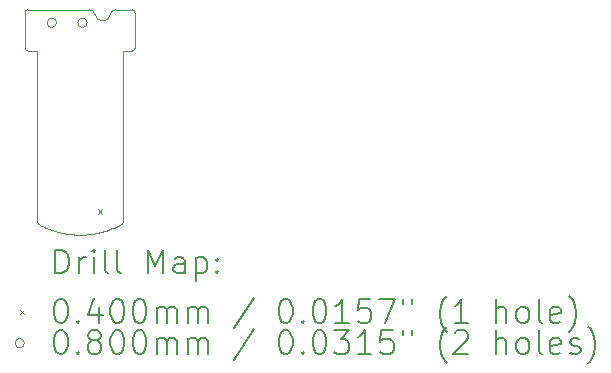
<source format=gbr>
%TF.GenerationSoftware,KiCad,Pcbnew,7.0.6*%
%TF.CreationDate,2023-11-30T14:41:18-08:00*%
%TF.ProjectId,UGC_Trigger,5547435f-5472-4696-9767-65722e6b6963,rev?*%
%TF.SameCoordinates,Original*%
%TF.FileFunction,Drillmap*%
%TF.FilePolarity,Positive*%
%FSLAX45Y45*%
G04 Gerber Fmt 4.5, Leading zero omitted, Abs format (unit mm)*
G04 Created by KiCad (PCBNEW 7.0.6) date 2023-11-30 14:41:18*
%MOMM*%
%LPD*%
G01*
G04 APERTURE LIST*
%ADD10C,0.100000*%
%ADD11C,0.200000*%
%ADD12C,0.040000*%
%ADD13C,0.080000*%
G04 APERTURE END LIST*
D10*
X27427112Y-14655400D02*
X27427112Y-14955400D01*
X28357112Y-14955400D02*
X28357112Y-14655400D01*
X28197944Y-14630394D02*
G75*
G03*
X28148619Y-14672214I6J-50006D01*
G01*
X28257112Y-14980400D02*
X28332112Y-14980400D01*
X27527112Y-14980400D02*
X27527112Y-16410652D01*
X27452112Y-14980400D02*
X27527112Y-14980400D01*
X28332112Y-14630400D02*
X28197944Y-14630400D01*
X28257112Y-16408575D02*
X28256046Y-16418844D01*
X28253369Y-16427557D01*
X28257112Y-16408575D02*
X28257112Y-14980400D01*
X28019805Y-14672214D02*
G75*
G03*
X27970480Y-14630400I-49325J-8186D01*
G01*
X27427110Y-14955400D02*
G75*
G03*
X27452112Y-14980400I25000J0D01*
G01*
X28244020Y-16442306D02*
X28236243Y-16449212D01*
X28230170Y-16452940D01*
X28019805Y-14672214D02*
G75*
G03*
X28148619Y-14672214I64407J10688D01*
G01*
X27539211Y-16443264D02*
X27533224Y-16434607D01*
X27530234Y-16428044D01*
X27530234Y-16428044D02*
X27527632Y-16417846D01*
X27527112Y-16410652D01*
X27554429Y-16455211D02*
X27545761Y-16449602D01*
X27539211Y-16443264D01*
X28357110Y-14655400D02*
G75*
G03*
X28332112Y-14630400I-25000J0D01*
G01*
X27952303Y-16533604D02*
X27939525Y-16534560D01*
X27926730Y-16535288D01*
X27913922Y-16535788D01*
X27901105Y-16536061D01*
X27888283Y-16536108D01*
X27875459Y-16535930D01*
X27862639Y-16535528D01*
X27849825Y-16534902D01*
X27837021Y-16534054D01*
X27824232Y-16532985D01*
X27811461Y-16531695D01*
X27798712Y-16530186D01*
X27785990Y-16528457D01*
X27773298Y-16526511D01*
X27760639Y-16524347D01*
X27748018Y-16521967D01*
X27735440Y-16519372D01*
X27722907Y-16516563D01*
X27710423Y-16513540D01*
X27697993Y-16510304D01*
X27685620Y-16506857D01*
X27673309Y-16503198D01*
X27661063Y-16499330D01*
X27648886Y-16495253D01*
X27636782Y-16490967D01*
X27624755Y-16486474D01*
X27612809Y-16481775D01*
X27600948Y-16476869D01*
X27589176Y-16471760D01*
X27577496Y-16466446D01*
X27565912Y-16460930D01*
X27554429Y-16455211D01*
X27452112Y-14630402D02*
G75*
G03*
X27427112Y-14655400I-2J-24998D01*
G01*
X28253369Y-16427557D02*
X28248441Y-16436716D01*
X28244020Y-16442306D01*
X28230170Y-16452940D02*
X28213912Y-16461137D01*
X28197453Y-16468931D01*
X28180807Y-16476319D01*
X28163982Y-16483297D01*
X28146992Y-16489861D01*
X28129846Y-16496007D01*
X28112556Y-16501731D01*
X28095133Y-16507028D01*
X28077589Y-16511897D01*
X28059934Y-16516331D01*
X28042179Y-16520327D01*
X28024336Y-16523882D01*
X28006416Y-16526991D01*
X27988429Y-16529650D01*
X27970388Y-16531856D01*
X27952303Y-16533604D01*
X27970480Y-14630400D02*
X27452112Y-14630400D01*
X28332112Y-14980402D02*
G75*
G03*
X28357112Y-14955400I-2J25002D01*
G01*
D11*
D12*
X28041920Y-16322360D02*
X28081920Y-16362360D01*
X28081920Y-16322360D02*
X28041920Y-16362360D01*
D13*
X27693596Y-14741554D02*
G75*
G03*
X27693596Y-14741554I-40000J0D01*
G01*
X27953596Y-14741554D02*
G75*
G03*
X27953596Y-14741554I-40000J0D01*
G01*
D11*
X27682889Y-16861509D02*
X27682889Y-16661509D01*
X27682889Y-16661509D02*
X27730508Y-16661509D01*
X27730508Y-16661509D02*
X27759080Y-16671032D01*
X27759080Y-16671032D02*
X27778127Y-16690080D01*
X27778127Y-16690080D02*
X27787651Y-16709128D01*
X27787651Y-16709128D02*
X27797175Y-16747223D01*
X27797175Y-16747223D02*
X27797175Y-16775794D01*
X27797175Y-16775794D02*
X27787651Y-16813890D01*
X27787651Y-16813890D02*
X27778127Y-16832937D01*
X27778127Y-16832937D02*
X27759080Y-16851985D01*
X27759080Y-16851985D02*
X27730508Y-16861509D01*
X27730508Y-16861509D02*
X27682889Y-16861509D01*
X27882889Y-16861509D02*
X27882889Y-16728175D01*
X27882889Y-16766271D02*
X27892413Y-16747223D01*
X27892413Y-16747223D02*
X27901937Y-16737699D01*
X27901937Y-16737699D02*
X27920984Y-16728175D01*
X27920984Y-16728175D02*
X27940032Y-16728175D01*
X28006699Y-16861509D02*
X28006699Y-16728175D01*
X28006699Y-16661509D02*
X27997175Y-16671032D01*
X27997175Y-16671032D02*
X28006699Y-16680556D01*
X28006699Y-16680556D02*
X28016222Y-16671032D01*
X28016222Y-16671032D02*
X28006699Y-16661509D01*
X28006699Y-16661509D02*
X28006699Y-16680556D01*
X28130508Y-16861509D02*
X28111460Y-16851985D01*
X28111460Y-16851985D02*
X28101937Y-16832937D01*
X28101937Y-16832937D02*
X28101937Y-16661509D01*
X28235270Y-16861509D02*
X28216222Y-16851985D01*
X28216222Y-16851985D02*
X28206699Y-16832937D01*
X28206699Y-16832937D02*
X28206699Y-16661509D01*
X28463841Y-16861509D02*
X28463841Y-16661509D01*
X28463841Y-16661509D02*
X28530508Y-16804366D01*
X28530508Y-16804366D02*
X28597175Y-16661509D01*
X28597175Y-16661509D02*
X28597175Y-16861509D01*
X28778127Y-16861509D02*
X28778127Y-16756747D01*
X28778127Y-16756747D02*
X28768603Y-16737699D01*
X28768603Y-16737699D02*
X28749556Y-16728175D01*
X28749556Y-16728175D02*
X28711460Y-16728175D01*
X28711460Y-16728175D02*
X28692413Y-16737699D01*
X28778127Y-16851985D02*
X28759080Y-16861509D01*
X28759080Y-16861509D02*
X28711460Y-16861509D01*
X28711460Y-16861509D02*
X28692413Y-16851985D01*
X28692413Y-16851985D02*
X28682889Y-16832937D01*
X28682889Y-16832937D02*
X28682889Y-16813890D01*
X28682889Y-16813890D02*
X28692413Y-16794842D01*
X28692413Y-16794842D02*
X28711460Y-16785318D01*
X28711460Y-16785318D02*
X28759080Y-16785318D01*
X28759080Y-16785318D02*
X28778127Y-16775794D01*
X28873365Y-16728175D02*
X28873365Y-16928175D01*
X28873365Y-16737699D02*
X28892413Y-16728175D01*
X28892413Y-16728175D02*
X28930508Y-16728175D01*
X28930508Y-16728175D02*
X28949556Y-16737699D01*
X28949556Y-16737699D02*
X28959080Y-16747223D01*
X28959080Y-16747223D02*
X28968603Y-16766271D01*
X28968603Y-16766271D02*
X28968603Y-16823413D01*
X28968603Y-16823413D02*
X28959080Y-16842461D01*
X28959080Y-16842461D02*
X28949556Y-16851985D01*
X28949556Y-16851985D02*
X28930508Y-16861509D01*
X28930508Y-16861509D02*
X28892413Y-16861509D01*
X28892413Y-16861509D02*
X28873365Y-16851985D01*
X29054318Y-16842461D02*
X29063841Y-16851985D01*
X29063841Y-16851985D02*
X29054318Y-16861509D01*
X29054318Y-16861509D02*
X29044794Y-16851985D01*
X29044794Y-16851985D02*
X29054318Y-16842461D01*
X29054318Y-16842461D02*
X29054318Y-16861509D01*
X29054318Y-16737699D02*
X29063841Y-16747223D01*
X29063841Y-16747223D02*
X29054318Y-16756747D01*
X29054318Y-16756747D02*
X29044794Y-16747223D01*
X29044794Y-16747223D02*
X29054318Y-16737699D01*
X29054318Y-16737699D02*
X29054318Y-16756747D01*
D12*
X27382112Y-17170025D02*
X27422112Y-17210025D01*
X27422112Y-17170025D02*
X27382112Y-17210025D01*
D11*
X27720984Y-17081509D02*
X27740032Y-17081509D01*
X27740032Y-17081509D02*
X27759080Y-17091033D01*
X27759080Y-17091033D02*
X27768603Y-17100556D01*
X27768603Y-17100556D02*
X27778127Y-17119604D01*
X27778127Y-17119604D02*
X27787651Y-17157699D01*
X27787651Y-17157699D02*
X27787651Y-17205318D01*
X27787651Y-17205318D02*
X27778127Y-17243413D01*
X27778127Y-17243413D02*
X27768603Y-17262461D01*
X27768603Y-17262461D02*
X27759080Y-17271985D01*
X27759080Y-17271985D02*
X27740032Y-17281509D01*
X27740032Y-17281509D02*
X27720984Y-17281509D01*
X27720984Y-17281509D02*
X27701937Y-17271985D01*
X27701937Y-17271985D02*
X27692413Y-17262461D01*
X27692413Y-17262461D02*
X27682889Y-17243413D01*
X27682889Y-17243413D02*
X27673365Y-17205318D01*
X27673365Y-17205318D02*
X27673365Y-17157699D01*
X27673365Y-17157699D02*
X27682889Y-17119604D01*
X27682889Y-17119604D02*
X27692413Y-17100556D01*
X27692413Y-17100556D02*
X27701937Y-17091033D01*
X27701937Y-17091033D02*
X27720984Y-17081509D01*
X27873365Y-17262461D02*
X27882889Y-17271985D01*
X27882889Y-17271985D02*
X27873365Y-17281509D01*
X27873365Y-17281509D02*
X27863841Y-17271985D01*
X27863841Y-17271985D02*
X27873365Y-17262461D01*
X27873365Y-17262461D02*
X27873365Y-17281509D01*
X28054318Y-17148175D02*
X28054318Y-17281509D01*
X28006699Y-17071985D02*
X27959080Y-17214842D01*
X27959080Y-17214842D02*
X28082889Y-17214842D01*
X28197175Y-17081509D02*
X28216222Y-17081509D01*
X28216222Y-17081509D02*
X28235270Y-17091033D01*
X28235270Y-17091033D02*
X28244794Y-17100556D01*
X28244794Y-17100556D02*
X28254318Y-17119604D01*
X28254318Y-17119604D02*
X28263841Y-17157699D01*
X28263841Y-17157699D02*
X28263841Y-17205318D01*
X28263841Y-17205318D02*
X28254318Y-17243413D01*
X28254318Y-17243413D02*
X28244794Y-17262461D01*
X28244794Y-17262461D02*
X28235270Y-17271985D01*
X28235270Y-17271985D02*
X28216222Y-17281509D01*
X28216222Y-17281509D02*
X28197175Y-17281509D01*
X28197175Y-17281509D02*
X28178127Y-17271985D01*
X28178127Y-17271985D02*
X28168603Y-17262461D01*
X28168603Y-17262461D02*
X28159080Y-17243413D01*
X28159080Y-17243413D02*
X28149556Y-17205318D01*
X28149556Y-17205318D02*
X28149556Y-17157699D01*
X28149556Y-17157699D02*
X28159080Y-17119604D01*
X28159080Y-17119604D02*
X28168603Y-17100556D01*
X28168603Y-17100556D02*
X28178127Y-17091033D01*
X28178127Y-17091033D02*
X28197175Y-17081509D01*
X28387651Y-17081509D02*
X28406699Y-17081509D01*
X28406699Y-17081509D02*
X28425746Y-17091033D01*
X28425746Y-17091033D02*
X28435270Y-17100556D01*
X28435270Y-17100556D02*
X28444794Y-17119604D01*
X28444794Y-17119604D02*
X28454318Y-17157699D01*
X28454318Y-17157699D02*
X28454318Y-17205318D01*
X28454318Y-17205318D02*
X28444794Y-17243413D01*
X28444794Y-17243413D02*
X28435270Y-17262461D01*
X28435270Y-17262461D02*
X28425746Y-17271985D01*
X28425746Y-17271985D02*
X28406699Y-17281509D01*
X28406699Y-17281509D02*
X28387651Y-17281509D01*
X28387651Y-17281509D02*
X28368603Y-17271985D01*
X28368603Y-17271985D02*
X28359080Y-17262461D01*
X28359080Y-17262461D02*
X28349556Y-17243413D01*
X28349556Y-17243413D02*
X28340032Y-17205318D01*
X28340032Y-17205318D02*
X28340032Y-17157699D01*
X28340032Y-17157699D02*
X28349556Y-17119604D01*
X28349556Y-17119604D02*
X28359080Y-17100556D01*
X28359080Y-17100556D02*
X28368603Y-17091033D01*
X28368603Y-17091033D02*
X28387651Y-17081509D01*
X28540032Y-17281509D02*
X28540032Y-17148175D01*
X28540032Y-17167223D02*
X28549556Y-17157699D01*
X28549556Y-17157699D02*
X28568603Y-17148175D01*
X28568603Y-17148175D02*
X28597175Y-17148175D01*
X28597175Y-17148175D02*
X28616222Y-17157699D01*
X28616222Y-17157699D02*
X28625746Y-17176747D01*
X28625746Y-17176747D02*
X28625746Y-17281509D01*
X28625746Y-17176747D02*
X28635270Y-17157699D01*
X28635270Y-17157699D02*
X28654318Y-17148175D01*
X28654318Y-17148175D02*
X28682889Y-17148175D01*
X28682889Y-17148175D02*
X28701937Y-17157699D01*
X28701937Y-17157699D02*
X28711461Y-17176747D01*
X28711461Y-17176747D02*
X28711461Y-17281509D01*
X28806699Y-17281509D02*
X28806699Y-17148175D01*
X28806699Y-17167223D02*
X28816222Y-17157699D01*
X28816222Y-17157699D02*
X28835270Y-17148175D01*
X28835270Y-17148175D02*
X28863842Y-17148175D01*
X28863842Y-17148175D02*
X28882889Y-17157699D01*
X28882889Y-17157699D02*
X28892413Y-17176747D01*
X28892413Y-17176747D02*
X28892413Y-17281509D01*
X28892413Y-17176747D02*
X28901937Y-17157699D01*
X28901937Y-17157699D02*
X28920984Y-17148175D01*
X28920984Y-17148175D02*
X28949556Y-17148175D01*
X28949556Y-17148175D02*
X28968603Y-17157699D01*
X28968603Y-17157699D02*
X28978127Y-17176747D01*
X28978127Y-17176747D02*
X28978127Y-17281509D01*
X29368603Y-17071985D02*
X29197175Y-17329128D01*
X29625746Y-17081509D02*
X29644794Y-17081509D01*
X29644794Y-17081509D02*
X29663842Y-17091033D01*
X29663842Y-17091033D02*
X29673365Y-17100556D01*
X29673365Y-17100556D02*
X29682889Y-17119604D01*
X29682889Y-17119604D02*
X29692413Y-17157699D01*
X29692413Y-17157699D02*
X29692413Y-17205318D01*
X29692413Y-17205318D02*
X29682889Y-17243413D01*
X29682889Y-17243413D02*
X29673365Y-17262461D01*
X29673365Y-17262461D02*
X29663842Y-17271985D01*
X29663842Y-17271985D02*
X29644794Y-17281509D01*
X29644794Y-17281509D02*
X29625746Y-17281509D01*
X29625746Y-17281509D02*
X29606699Y-17271985D01*
X29606699Y-17271985D02*
X29597175Y-17262461D01*
X29597175Y-17262461D02*
X29587651Y-17243413D01*
X29587651Y-17243413D02*
X29578127Y-17205318D01*
X29578127Y-17205318D02*
X29578127Y-17157699D01*
X29578127Y-17157699D02*
X29587651Y-17119604D01*
X29587651Y-17119604D02*
X29597175Y-17100556D01*
X29597175Y-17100556D02*
X29606699Y-17091033D01*
X29606699Y-17091033D02*
X29625746Y-17081509D01*
X29778127Y-17262461D02*
X29787651Y-17271985D01*
X29787651Y-17271985D02*
X29778127Y-17281509D01*
X29778127Y-17281509D02*
X29768604Y-17271985D01*
X29768604Y-17271985D02*
X29778127Y-17262461D01*
X29778127Y-17262461D02*
X29778127Y-17281509D01*
X29911461Y-17081509D02*
X29930508Y-17081509D01*
X29930508Y-17081509D02*
X29949556Y-17091033D01*
X29949556Y-17091033D02*
X29959080Y-17100556D01*
X29959080Y-17100556D02*
X29968604Y-17119604D01*
X29968604Y-17119604D02*
X29978127Y-17157699D01*
X29978127Y-17157699D02*
X29978127Y-17205318D01*
X29978127Y-17205318D02*
X29968604Y-17243413D01*
X29968604Y-17243413D02*
X29959080Y-17262461D01*
X29959080Y-17262461D02*
X29949556Y-17271985D01*
X29949556Y-17271985D02*
X29930508Y-17281509D01*
X29930508Y-17281509D02*
X29911461Y-17281509D01*
X29911461Y-17281509D02*
X29892413Y-17271985D01*
X29892413Y-17271985D02*
X29882889Y-17262461D01*
X29882889Y-17262461D02*
X29873365Y-17243413D01*
X29873365Y-17243413D02*
X29863842Y-17205318D01*
X29863842Y-17205318D02*
X29863842Y-17157699D01*
X29863842Y-17157699D02*
X29873365Y-17119604D01*
X29873365Y-17119604D02*
X29882889Y-17100556D01*
X29882889Y-17100556D02*
X29892413Y-17091033D01*
X29892413Y-17091033D02*
X29911461Y-17081509D01*
X30168604Y-17281509D02*
X30054318Y-17281509D01*
X30111461Y-17281509D02*
X30111461Y-17081509D01*
X30111461Y-17081509D02*
X30092413Y-17110080D01*
X30092413Y-17110080D02*
X30073365Y-17129128D01*
X30073365Y-17129128D02*
X30054318Y-17138652D01*
X30349556Y-17081509D02*
X30254318Y-17081509D01*
X30254318Y-17081509D02*
X30244794Y-17176747D01*
X30244794Y-17176747D02*
X30254318Y-17167223D01*
X30254318Y-17167223D02*
X30273365Y-17157699D01*
X30273365Y-17157699D02*
X30320985Y-17157699D01*
X30320985Y-17157699D02*
X30340032Y-17167223D01*
X30340032Y-17167223D02*
X30349556Y-17176747D01*
X30349556Y-17176747D02*
X30359080Y-17195794D01*
X30359080Y-17195794D02*
X30359080Y-17243413D01*
X30359080Y-17243413D02*
X30349556Y-17262461D01*
X30349556Y-17262461D02*
X30340032Y-17271985D01*
X30340032Y-17271985D02*
X30320985Y-17281509D01*
X30320985Y-17281509D02*
X30273365Y-17281509D01*
X30273365Y-17281509D02*
X30254318Y-17271985D01*
X30254318Y-17271985D02*
X30244794Y-17262461D01*
X30425746Y-17081509D02*
X30559080Y-17081509D01*
X30559080Y-17081509D02*
X30473365Y-17281509D01*
X30625746Y-17081509D02*
X30625746Y-17119604D01*
X30701937Y-17081509D02*
X30701937Y-17119604D01*
X30997175Y-17357699D02*
X30987651Y-17348175D01*
X30987651Y-17348175D02*
X30968604Y-17319604D01*
X30968604Y-17319604D02*
X30959080Y-17300556D01*
X30959080Y-17300556D02*
X30949556Y-17271985D01*
X30949556Y-17271985D02*
X30940032Y-17224366D01*
X30940032Y-17224366D02*
X30940032Y-17186271D01*
X30940032Y-17186271D02*
X30949556Y-17138652D01*
X30949556Y-17138652D02*
X30959080Y-17110080D01*
X30959080Y-17110080D02*
X30968604Y-17091033D01*
X30968604Y-17091033D02*
X30987651Y-17062461D01*
X30987651Y-17062461D02*
X30997175Y-17052937D01*
X31178127Y-17281509D02*
X31063842Y-17281509D01*
X31120985Y-17281509D02*
X31120985Y-17081509D01*
X31120985Y-17081509D02*
X31101937Y-17110080D01*
X31101937Y-17110080D02*
X31082889Y-17129128D01*
X31082889Y-17129128D02*
X31063842Y-17138652D01*
X31416223Y-17281509D02*
X31416223Y-17081509D01*
X31501937Y-17281509D02*
X31501937Y-17176747D01*
X31501937Y-17176747D02*
X31492413Y-17157699D01*
X31492413Y-17157699D02*
X31473366Y-17148175D01*
X31473366Y-17148175D02*
X31444794Y-17148175D01*
X31444794Y-17148175D02*
X31425747Y-17157699D01*
X31425747Y-17157699D02*
X31416223Y-17167223D01*
X31625747Y-17281509D02*
X31606699Y-17271985D01*
X31606699Y-17271985D02*
X31597175Y-17262461D01*
X31597175Y-17262461D02*
X31587651Y-17243413D01*
X31587651Y-17243413D02*
X31587651Y-17186271D01*
X31587651Y-17186271D02*
X31597175Y-17167223D01*
X31597175Y-17167223D02*
X31606699Y-17157699D01*
X31606699Y-17157699D02*
X31625747Y-17148175D01*
X31625747Y-17148175D02*
X31654318Y-17148175D01*
X31654318Y-17148175D02*
X31673366Y-17157699D01*
X31673366Y-17157699D02*
X31682889Y-17167223D01*
X31682889Y-17167223D02*
X31692413Y-17186271D01*
X31692413Y-17186271D02*
X31692413Y-17243413D01*
X31692413Y-17243413D02*
X31682889Y-17262461D01*
X31682889Y-17262461D02*
X31673366Y-17271985D01*
X31673366Y-17271985D02*
X31654318Y-17281509D01*
X31654318Y-17281509D02*
X31625747Y-17281509D01*
X31806699Y-17281509D02*
X31787651Y-17271985D01*
X31787651Y-17271985D02*
X31778128Y-17252937D01*
X31778128Y-17252937D02*
X31778128Y-17081509D01*
X31959080Y-17271985D02*
X31940032Y-17281509D01*
X31940032Y-17281509D02*
X31901937Y-17281509D01*
X31901937Y-17281509D02*
X31882889Y-17271985D01*
X31882889Y-17271985D02*
X31873366Y-17252937D01*
X31873366Y-17252937D02*
X31873366Y-17176747D01*
X31873366Y-17176747D02*
X31882889Y-17157699D01*
X31882889Y-17157699D02*
X31901937Y-17148175D01*
X31901937Y-17148175D02*
X31940032Y-17148175D01*
X31940032Y-17148175D02*
X31959080Y-17157699D01*
X31959080Y-17157699D02*
X31968604Y-17176747D01*
X31968604Y-17176747D02*
X31968604Y-17195794D01*
X31968604Y-17195794D02*
X31873366Y-17214842D01*
X32035270Y-17357699D02*
X32044794Y-17348175D01*
X32044794Y-17348175D02*
X32063842Y-17319604D01*
X32063842Y-17319604D02*
X32073366Y-17300556D01*
X32073366Y-17300556D02*
X32082889Y-17271985D01*
X32082889Y-17271985D02*
X32092413Y-17224366D01*
X32092413Y-17224366D02*
X32092413Y-17186271D01*
X32092413Y-17186271D02*
X32082889Y-17138652D01*
X32082889Y-17138652D02*
X32073366Y-17110080D01*
X32073366Y-17110080D02*
X32063842Y-17091033D01*
X32063842Y-17091033D02*
X32044794Y-17062461D01*
X32044794Y-17062461D02*
X32035270Y-17052937D01*
D13*
X27422112Y-17454025D02*
G75*
G03*
X27422112Y-17454025I-40000J0D01*
G01*
D11*
X27720984Y-17345509D02*
X27740032Y-17345509D01*
X27740032Y-17345509D02*
X27759080Y-17355033D01*
X27759080Y-17355033D02*
X27768603Y-17364556D01*
X27768603Y-17364556D02*
X27778127Y-17383604D01*
X27778127Y-17383604D02*
X27787651Y-17421699D01*
X27787651Y-17421699D02*
X27787651Y-17469318D01*
X27787651Y-17469318D02*
X27778127Y-17507413D01*
X27778127Y-17507413D02*
X27768603Y-17526461D01*
X27768603Y-17526461D02*
X27759080Y-17535985D01*
X27759080Y-17535985D02*
X27740032Y-17545509D01*
X27740032Y-17545509D02*
X27720984Y-17545509D01*
X27720984Y-17545509D02*
X27701937Y-17535985D01*
X27701937Y-17535985D02*
X27692413Y-17526461D01*
X27692413Y-17526461D02*
X27682889Y-17507413D01*
X27682889Y-17507413D02*
X27673365Y-17469318D01*
X27673365Y-17469318D02*
X27673365Y-17421699D01*
X27673365Y-17421699D02*
X27682889Y-17383604D01*
X27682889Y-17383604D02*
X27692413Y-17364556D01*
X27692413Y-17364556D02*
X27701937Y-17355033D01*
X27701937Y-17355033D02*
X27720984Y-17345509D01*
X27873365Y-17526461D02*
X27882889Y-17535985D01*
X27882889Y-17535985D02*
X27873365Y-17545509D01*
X27873365Y-17545509D02*
X27863841Y-17535985D01*
X27863841Y-17535985D02*
X27873365Y-17526461D01*
X27873365Y-17526461D02*
X27873365Y-17545509D01*
X27997175Y-17431223D02*
X27978127Y-17421699D01*
X27978127Y-17421699D02*
X27968603Y-17412175D01*
X27968603Y-17412175D02*
X27959080Y-17393128D01*
X27959080Y-17393128D02*
X27959080Y-17383604D01*
X27959080Y-17383604D02*
X27968603Y-17364556D01*
X27968603Y-17364556D02*
X27978127Y-17355033D01*
X27978127Y-17355033D02*
X27997175Y-17345509D01*
X27997175Y-17345509D02*
X28035270Y-17345509D01*
X28035270Y-17345509D02*
X28054318Y-17355033D01*
X28054318Y-17355033D02*
X28063841Y-17364556D01*
X28063841Y-17364556D02*
X28073365Y-17383604D01*
X28073365Y-17383604D02*
X28073365Y-17393128D01*
X28073365Y-17393128D02*
X28063841Y-17412175D01*
X28063841Y-17412175D02*
X28054318Y-17421699D01*
X28054318Y-17421699D02*
X28035270Y-17431223D01*
X28035270Y-17431223D02*
X27997175Y-17431223D01*
X27997175Y-17431223D02*
X27978127Y-17440747D01*
X27978127Y-17440747D02*
X27968603Y-17450271D01*
X27968603Y-17450271D02*
X27959080Y-17469318D01*
X27959080Y-17469318D02*
X27959080Y-17507413D01*
X27959080Y-17507413D02*
X27968603Y-17526461D01*
X27968603Y-17526461D02*
X27978127Y-17535985D01*
X27978127Y-17535985D02*
X27997175Y-17545509D01*
X27997175Y-17545509D02*
X28035270Y-17545509D01*
X28035270Y-17545509D02*
X28054318Y-17535985D01*
X28054318Y-17535985D02*
X28063841Y-17526461D01*
X28063841Y-17526461D02*
X28073365Y-17507413D01*
X28073365Y-17507413D02*
X28073365Y-17469318D01*
X28073365Y-17469318D02*
X28063841Y-17450271D01*
X28063841Y-17450271D02*
X28054318Y-17440747D01*
X28054318Y-17440747D02*
X28035270Y-17431223D01*
X28197175Y-17345509D02*
X28216222Y-17345509D01*
X28216222Y-17345509D02*
X28235270Y-17355033D01*
X28235270Y-17355033D02*
X28244794Y-17364556D01*
X28244794Y-17364556D02*
X28254318Y-17383604D01*
X28254318Y-17383604D02*
X28263841Y-17421699D01*
X28263841Y-17421699D02*
X28263841Y-17469318D01*
X28263841Y-17469318D02*
X28254318Y-17507413D01*
X28254318Y-17507413D02*
X28244794Y-17526461D01*
X28244794Y-17526461D02*
X28235270Y-17535985D01*
X28235270Y-17535985D02*
X28216222Y-17545509D01*
X28216222Y-17545509D02*
X28197175Y-17545509D01*
X28197175Y-17545509D02*
X28178127Y-17535985D01*
X28178127Y-17535985D02*
X28168603Y-17526461D01*
X28168603Y-17526461D02*
X28159080Y-17507413D01*
X28159080Y-17507413D02*
X28149556Y-17469318D01*
X28149556Y-17469318D02*
X28149556Y-17421699D01*
X28149556Y-17421699D02*
X28159080Y-17383604D01*
X28159080Y-17383604D02*
X28168603Y-17364556D01*
X28168603Y-17364556D02*
X28178127Y-17355033D01*
X28178127Y-17355033D02*
X28197175Y-17345509D01*
X28387651Y-17345509D02*
X28406699Y-17345509D01*
X28406699Y-17345509D02*
X28425746Y-17355033D01*
X28425746Y-17355033D02*
X28435270Y-17364556D01*
X28435270Y-17364556D02*
X28444794Y-17383604D01*
X28444794Y-17383604D02*
X28454318Y-17421699D01*
X28454318Y-17421699D02*
X28454318Y-17469318D01*
X28454318Y-17469318D02*
X28444794Y-17507413D01*
X28444794Y-17507413D02*
X28435270Y-17526461D01*
X28435270Y-17526461D02*
X28425746Y-17535985D01*
X28425746Y-17535985D02*
X28406699Y-17545509D01*
X28406699Y-17545509D02*
X28387651Y-17545509D01*
X28387651Y-17545509D02*
X28368603Y-17535985D01*
X28368603Y-17535985D02*
X28359080Y-17526461D01*
X28359080Y-17526461D02*
X28349556Y-17507413D01*
X28349556Y-17507413D02*
X28340032Y-17469318D01*
X28340032Y-17469318D02*
X28340032Y-17421699D01*
X28340032Y-17421699D02*
X28349556Y-17383604D01*
X28349556Y-17383604D02*
X28359080Y-17364556D01*
X28359080Y-17364556D02*
X28368603Y-17355033D01*
X28368603Y-17355033D02*
X28387651Y-17345509D01*
X28540032Y-17545509D02*
X28540032Y-17412175D01*
X28540032Y-17431223D02*
X28549556Y-17421699D01*
X28549556Y-17421699D02*
X28568603Y-17412175D01*
X28568603Y-17412175D02*
X28597175Y-17412175D01*
X28597175Y-17412175D02*
X28616222Y-17421699D01*
X28616222Y-17421699D02*
X28625746Y-17440747D01*
X28625746Y-17440747D02*
X28625746Y-17545509D01*
X28625746Y-17440747D02*
X28635270Y-17421699D01*
X28635270Y-17421699D02*
X28654318Y-17412175D01*
X28654318Y-17412175D02*
X28682889Y-17412175D01*
X28682889Y-17412175D02*
X28701937Y-17421699D01*
X28701937Y-17421699D02*
X28711461Y-17440747D01*
X28711461Y-17440747D02*
X28711461Y-17545509D01*
X28806699Y-17545509D02*
X28806699Y-17412175D01*
X28806699Y-17431223D02*
X28816222Y-17421699D01*
X28816222Y-17421699D02*
X28835270Y-17412175D01*
X28835270Y-17412175D02*
X28863842Y-17412175D01*
X28863842Y-17412175D02*
X28882889Y-17421699D01*
X28882889Y-17421699D02*
X28892413Y-17440747D01*
X28892413Y-17440747D02*
X28892413Y-17545509D01*
X28892413Y-17440747D02*
X28901937Y-17421699D01*
X28901937Y-17421699D02*
X28920984Y-17412175D01*
X28920984Y-17412175D02*
X28949556Y-17412175D01*
X28949556Y-17412175D02*
X28968603Y-17421699D01*
X28968603Y-17421699D02*
X28978127Y-17440747D01*
X28978127Y-17440747D02*
X28978127Y-17545509D01*
X29368603Y-17335985D02*
X29197175Y-17593128D01*
X29625746Y-17345509D02*
X29644794Y-17345509D01*
X29644794Y-17345509D02*
X29663842Y-17355033D01*
X29663842Y-17355033D02*
X29673365Y-17364556D01*
X29673365Y-17364556D02*
X29682889Y-17383604D01*
X29682889Y-17383604D02*
X29692413Y-17421699D01*
X29692413Y-17421699D02*
X29692413Y-17469318D01*
X29692413Y-17469318D02*
X29682889Y-17507413D01*
X29682889Y-17507413D02*
X29673365Y-17526461D01*
X29673365Y-17526461D02*
X29663842Y-17535985D01*
X29663842Y-17535985D02*
X29644794Y-17545509D01*
X29644794Y-17545509D02*
X29625746Y-17545509D01*
X29625746Y-17545509D02*
X29606699Y-17535985D01*
X29606699Y-17535985D02*
X29597175Y-17526461D01*
X29597175Y-17526461D02*
X29587651Y-17507413D01*
X29587651Y-17507413D02*
X29578127Y-17469318D01*
X29578127Y-17469318D02*
X29578127Y-17421699D01*
X29578127Y-17421699D02*
X29587651Y-17383604D01*
X29587651Y-17383604D02*
X29597175Y-17364556D01*
X29597175Y-17364556D02*
X29606699Y-17355033D01*
X29606699Y-17355033D02*
X29625746Y-17345509D01*
X29778127Y-17526461D02*
X29787651Y-17535985D01*
X29787651Y-17535985D02*
X29778127Y-17545509D01*
X29778127Y-17545509D02*
X29768604Y-17535985D01*
X29768604Y-17535985D02*
X29778127Y-17526461D01*
X29778127Y-17526461D02*
X29778127Y-17545509D01*
X29911461Y-17345509D02*
X29930508Y-17345509D01*
X29930508Y-17345509D02*
X29949556Y-17355033D01*
X29949556Y-17355033D02*
X29959080Y-17364556D01*
X29959080Y-17364556D02*
X29968604Y-17383604D01*
X29968604Y-17383604D02*
X29978127Y-17421699D01*
X29978127Y-17421699D02*
X29978127Y-17469318D01*
X29978127Y-17469318D02*
X29968604Y-17507413D01*
X29968604Y-17507413D02*
X29959080Y-17526461D01*
X29959080Y-17526461D02*
X29949556Y-17535985D01*
X29949556Y-17535985D02*
X29930508Y-17545509D01*
X29930508Y-17545509D02*
X29911461Y-17545509D01*
X29911461Y-17545509D02*
X29892413Y-17535985D01*
X29892413Y-17535985D02*
X29882889Y-17526461D01*
X29882889Y-17526461D02*
X29873365Y-17507413D01*
X29873365Y-17507413D02*
X29863842Y-17469318D01*
X29863842Y-17469318D02*
X29863842Y-17421699D01*
X29863842Y-17421699D02*
X29873365Y-17383604D01*
X29873365Y-17383604D02*
X29882889Y-17364556D01*
X29882889Y-17364556D02*
X29892413Y-17355033D01*
X29892413Y-17355033D02*
X29911461Y-17345509D01*
X30044794Y-17345509D02*
X30168604Y-17345509D01*
X30168604Y-17345509D02*
X30101937Y-17421699D01*
X30101937Y-17421699D02*
X30130508Y-17421699D01*
X30130508Y-17421699D02*
X30149556Y-17431223D01*
X30149556Y-17431223D02*
X30159080Y-17440747D01*
X30159080Y-17440747D02*
X30168604Y-17459794D01*
X30168604Y-17459794D02*
X30168604Y-17507413D01*
X30168604Y-17507413D02*
X30159080Y-17526461D01*
X30159080Y-17526461D02*
X30149556Y-17535985D01*
X30149556Y-17535985D02*
X30130508Y-17545509D01*
X30130508Y-17545509D02*
X30073365Y-17545509D01*
X30073365Y-17545509D02*
X30054318Y-17535985D01*
X30054318Y-17535985D02*
X30044794Y-17526461D01*
X30359080Y-17545509D02*
X30244794Y-17545509D01*
X30301937Y-17545509D02*
X30301937Y-17345509D01*
X30301937Y-17345509D02*
X30282889Y-17374080D01*
X30282889Y-17374080D02*
X30263842Y-17393128D01*
X30263842Y-17393128D02*
X30244794Y-17402652D01*
X30540032Y-17345509D02*
X30444794Y-17345509D01*
X30444794Y-17345509D02*
X30435270Y-17440747D01*
X30435270Y-17440747D02*
X30444794Y-17431223D01*
X30444794Y-17431223D02*
X30463842Y-17421699D01*
X30463842Y-17421699D02*
X30511461Y-17421699D01*
X30511461Y-17421699D02*
X30530508Y-17431223D01*
X30530508Y-17431223D02*
X30540032Y-17440747D01*
X30540032Y-17440747D02*
X30549556Y-17459794D01*
X30549556Y-17459794D02*
X30549556Y-17507413D01*
X30549556Y-17507413D02*
X30540032Y-17526461D01*
X30540032Y-17526461D02*
X30530508Y-17535985D01*
X30530508Y-17535985D02*
X30511461Y-17545509D01*
X30511461Y-17545509D02*
X30463842Y-17545509D01*
X30463842Y-17545509D02*
X30444794Y-17535985D01*
X30444794Y-17535985D02*
X30435270Y-17526461D01*
X30625746Y-17345509D02*
X30625746Y-17383604D01*
X30701937Y-17345509D02*
X30701937Y-17383604D01*
X30997175Y-17621699D02*
X30987651Y-17612175D01*
X30987651Y-17612175D02*
X30968604Y-17583604D01*
X30968604Y-17583604D02*
X30959080Y-17564556D01*
X30959080Y-17564556D02*
X30949556Y-17535985D01*
X30949556Y-17535985D02*
X30940032Y-17488366D01*
X30940032Y-17488366D02*
X30940032Y-17450271D01*
X30940032Y-17450271D02*
X30949556Y-17402652D01*
X30949556Y-17402652D02*
X30959080Y-17374080D01*
X30959080Y-17374080D02*
X30968604Y-17355033D01*
X30968604Y-17355033D02*
X30987651Y-17326461D01*
X30987651Y-17326461D02*
X30997175Y-17316937D01*
X31063842Y-17364556D02*
X31073366Y-17355033D01*
X31073366Y-17355033D02*
X31092413Y-17345509D01*
X31092413Y-17345509D02*
X31140032Y-17345509D01*
X31140032Y-17345509D02*
X31159080Y-17355033D01*
X31159080Y-17355033D02*
X31168604Y-17364556D01*
X31168604Y-17364556D02*
X31178127Y-17383604D01*
X31178127Y-17383604D02*
X31178127Y-17402652D01*
X31178127Y-17402652D02*
X31168604Y-17431223D01*
X31168604Y-17431223D02*
X31054318Y-17545509D01*
X31054318Y-17545509D02*
X31178127Y-17545509D01*
X31416223Y-17545509D02*
X31416223Y-17345509D01*
X31501937Y-17545509D02*
X31501937Y-17440747D01*
X31501937Y-17440747D02*
X31492413Y-17421699D01*
X31492413Y-17421699D02*
X31473366Y-17412175D01*
X31473366Y-17412175D02*
X31444794Y-17412175D01*
X31444794Y-17412175D02*
X31425747Y-17421699D01*
X31425747Y-17421699D02*
X31416223Y-17431223D01*
X31625747Y-17545509D02*
X31606699Y-17535985D01*
X31606699Y-17535985D02*
X31597175Y-17526461D01*
X31597175Y-17526461D02*
X31587651Y-17507413D01*
X31587651Y-17507413D02*
X31587651Y-17450271D01*
X31587651Y-17450271D02*
X31597175Y-17431223D01*
X31597175Y-17431223D02*
X31606699Y-17421699D01*
X31606699Y-17421699D02*
X31625747Y-17412175D01*
X31625747Y-17412175D02*
X31654318Y-17412175D01*
X31654318Y-17412175D02*
X31673366Y-17421699D01*
X31673366Y-17421699D02*
X31682889Y-17431223D01*
X31682889Y-17431223D02*
X31692413Y-17450271D01*
X31692413Y-17450271D02*
X31692413Y-17507413D01*
X31692413Y-17507413D02*
X31682889Y-17526461D01*
X31682889Y-17526461D02*
X31673366Y-17535985D01*
X31673366Y-17535985D02*
X31654318Y-17545509D01*
X31654318Y-17545509D02*
X31625747Y-17545509D01*
X31806699Y-17545509D02*
X31787651Y-17535985D01*
X31787651Y-17535985D02*
X31778128Y-17516937D01*
X31778128Y-17516937D02*
X31778128Y-17345509D01*
X31959080Y-17535985D02*
X31940032Y-17545509D01*
X31940032Y-17545509D02*
X31901937Y-17545509D01*
X31901937Y-17545509D02*
X31882889Y-17535985D01*
X31882889Y-17535985D02*
X31873366Y-17516937D01*
X31873366Y-17516937D02*
X31873366Y-17440747D01*
X31873366Y-17440747D02*
X31882889Y-17421699D01*
X31882889Y-17421699D02*
X31901937Y-17412175D01*
X31901937Y-17412175D02*
X31940032Y-17412175D01*
X31940032Y-17412175D02*
X31959080Y-17421699D01*
X31959080Y-17421699D02*
X31968604Y-17440747D01*
X31968604Y-17440747D02*
X31968604Y-17459794D01*
X31968604Y-17459794D02*
X31873366Y-17478842D01*
X32044794Y-17535985D02*
X32063842Y-17545509D01*
X32063842Y-17545509D02*
X32101937Y-17545509D01*
X32101937Y-17545509D02*
X32120985Y-17535985D01*
X32120985Y-17535985D02*
X32130509Y-17516937D01*
X32130509Y-17516937D02*
X32130509Y-17507413D01*
X32130509Y-17507413D02*
X32120985Y-17488366D01*
X32120985Y-17488366D02*
X32101937Y-17478842D01*
X32101937Y-17478842D02*
X32073366Y-17478842D01*
X32073366Y-17478842D02*
X32054318Y-17469318D01*
X32054318Y-17469318D02*
X32044794Y-17450271D01*
X32044794Y-17450271D02*
X32044794Y-17440747D01*
X32044794Y-17440747D02*
X32054318Y-17421699D01*
X32054318Y-17421699D02*
X32073366Y-17412175D01*
X32073366Y-17412175D02*
X32101937Y-17412175D01*
X32101937Y-17412175D02*
X32120985Y-17421699D01*
X32197175Y-17621699D02*
X32206699Y-17612175D01*
X32206699Y-17612175D02*
X32225747Y-17583604D01*
X32225747Y-17583604D02*
X32235270Y-17564556D01*
X32235270Y-17564556D02*
X32244794Y-17535985D01*
X32244794Y-17535985D02*
X32254318Y-17488366D01*
X32254318Y-17488366D02*
X32254318Y-17450271D01*
X32254318Y-17450271D02*
X32244794Y-17402652D01*
X32244794Y-17402652D02*
X32235270Y-17374080D01*
X32235270Y-17374080D02*
X32225747Y-17355033D01*
X32225747Y-17355033D02*
X32206699Y-17326461D01*
X32206699Y-17326461D02*
X32197175Y-17316937D01*
M02*

</source>
